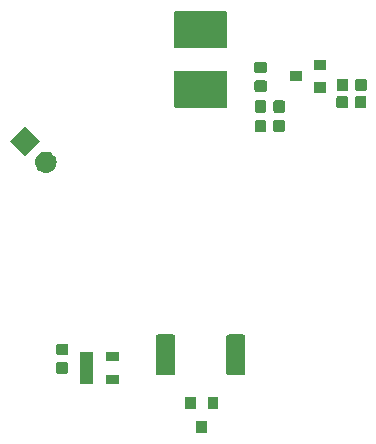
<source format=gbr>
G04 #@! TF.GenerationSoftware,KiCad,Pcbnew,5.1.4-1.fc30*
G04 #@! TF.CreationDate,2019-10-04T18:02:02+02:00*
G04 #@! TF.ProjectId,synchro2,73796e63-6872-46f3-922e-6b696361645f,rev?*
G04 #@! TF.SameCoordinates,Original*
G04 #@! TF.FileFunction,Soldermask,Bot*
G04 #@! TF.FilePolarity,Negative*
%FSLAX46Y46*%
G04 Gerber Fmt 4.6, Leading zero omitted, Abs format (unit mm)*
G04 Created by KiCad (PCBNEW 5.1.4-1.fc30) date 2019-10-04 18:02:02*
%MOMM*%
%LPD*%
G04 APERTURE LIST*
%ADD10C,0.100000*%
G04 APERTURE END LIST*
D10*
G36*
X219651000Y-133501000D02*
G01*
X218749000Y-133501000D01*
X218749000Y-132499000D01*
X219651000Y-132499000D01*
X219651000Y-133501000D01*
X219651000Y-133501000D01*
G37*
G36*
X220601000Y-131501000D02*
G01*
X219699000Y-131501000D01*
X219699000Y-130499000D01*
X220601000Y-130499000D01*
X220601000Y-131501000D01*
X220601000Y-131501000D01*
G37*
G36*
X218701000Y-131501000D02*
G01*
X217799000Y-131501000D01*
X217799000Y-130499000D01*
X218701000Y-130499000D01*
X218701000Y-131501000D01*
X218701000Y-131501000D01*
G37*
G36*
X212221000Y-129346000D02*
G01*
X211059000Y-129346000D01*
X211059000Y-128594000D01*
X212221000Y-128594000D01*
X212221000Y-129346000D01*
X212221000Y-129346000D01*
G37*
G36*
X210021000Y-129346000D02*
G01*
X208859000Y-129346000D01*
X208859000Y-126694000D01*
X210021000Y-126694000D01*
X210021000Y-129346000D01*
X210021000Y-129346000D01*
G37*
G36*
X216778820Y-125178103D02*
G01*
X216812985Y-125188467D01*
X216844464Y-125205293D01*
X216872060Y-125227940D01*
X216894707Y-125255536D01*
X216911533Y-125287015D01*
X216921897Y-125321180D01*
X216926000Y-125362842D01*
X216926000Y-128437158D01*
X216921897Y-128478820D01*
X216911533Y-128512985D01*
X216894707Y-128544464D01*
X216872060Y-128572060D01*
X216844464Y-128594707D01*
X216812985Y-128611533D01*
X216778820Y-128621897D01*
X216737158Y-128626000D01*
X215487842Y-128626000D01*
X215446180Y-128621897D01*
X215412015Y-128611533D01*
X215380536Y-128594707D01*
X215352940Y-128572060D01*
X215330293Y-128544464D01*
X215313467Y-128512985D01*
X215303103Y-128478820D01*
X215299000Y-128437158D01*
X215299000Y-125362842D01*
X215303103Y-125321180D01*
X215313467Y-125287015D01*
X215330293Y-125255536D01*
X215352940Y-125227940D01*
X215380536Y-125205293D01*
X215412015Y-125188467D01*
X215446180Y-125178103D01*
X215487842Y-125174000D01*
X216737158Y-125174000D01*
X216778820Y-125178103D01*
X216778820Y-125178103D01*
G37*
G36*
X222753820Y-125178103D02*
G01*
X222787985Y-125188467D01*
X222819464Y-125205293D01*
X222847060Y-125227940D01*
X222869707Y-125255536D01*
X222886533Y-125287015D01*
X222896897Y-125321180D01*
X222901000Y-125362842D01*
X222901000Y-128437158D01*
X222896897Y-128478820D01*
X222886533Y-128512985D01*
X222869707Y-128544464D01*
X222847060Y-128572060D01*
X222819464Y-128594707D01*
X222787985Y-128611533D01*
X222753820Y-128621897D01*
X222712158Y-128626000D01*
X221462842Y-128626000D01*
X221421180Y-128621897D01*
X221387015Y-128611533D01*
X221355536Y-128594707D01*
X221327940Y-128572060D01*
X221305293Y-128544464D01*
X221288467Y-128512985D01*
X221278103Y-128478820D01*
X221274000Y-128437158D01*
X221274000Y-125362842D01*
X221278103Y-125321180D01*
X221288467Y-125287015D01*
X221305293Y-125255536D01*
X221327940Y-125227940D01*
X221355536Y-125205293D01*
X221387015Y-125188467D01*
X221421180Y-125178103D01*
X221462842Y-125174000D01*
X222712158Y-125174000D01*
X222753820Y-125178103D01*
X222753820Y-125178103D01*
G37*
G36*
X207759591Y-127523085D02*
G01*
X207793569Y-127533393D01*
X207824890Y-127550134D01*
X207852339Y-127572661D01*
X207874866Y-127600110D01*
X207891607Y-127631431D01*
X207901915Y-127665409D01*
X207906000Y-127706890D01*
X207906000Y-128308110D01*
X207901915Y-128349591D01*
X207891607Y-128383569D01*
X207874866Y-128414890D01*
X207852339Y-128442339D01*
X207824890Y-128464866D01*
X207793569Y-128481607D01*
X207759591Y-128491915D01*
X207718110Y-128496000D01*
X207041890Y-128496000D01*
X207000409Y-128491915D01*
X206966431Y-128481607D01*
X206935110Y-128464866D01*
X206907661Y-128442339D01*
X206885134Y-128414890D01*
X206868393Y-128383569D01*
X206858085Y-128349591D01*
X206854000Y-128308110D01*
X206854000Y-127706890D01*
X206858085Y-127665409D01*
X206868393Y-127631431D01*
X206885134Y-127600110D01*
X206907661Y-127572661D01*
X206935110Y-127550134D01*
X206966431Y-127533393D01*
X207000409Y-127523085D01*
X207041890Y-127519000D01*
X207718110Y-127519000D01*
X207759591Y-127523085D01*
X207759591Y-127523085D01*
G37*
G36*
X212221000Y-127446000D02*
G01*
X211059000Y-127446000D01*
X211059000Y-126694000D01*
X212221000Y-126694000D01*
X212221000Y-127446000D01*
X212221000Y-127446000D01*
G37*
G36*
X207759591Y-125948085D02*
G01*
X207793569Y-125958393D01*
X207824890Y-125975134D01*
X207852339Y-125997661D01*
X207874866Y-126025110D01*
X207891607Y-126056431D01*
X207901915Y-126090409D01*
X207906000Y-126131890D01*
X207906000Y-126733110D01*
X207901915Y-126774591D01*
X207891607Y-126808569D01*
X207874866Y-126839890D01*
X207852339Y-126867339D01*
X207824890Y-126889866D01*
X207793569Y-126906607D01*
X207759591Y-126916915D01*
X207718110Y-126921000D01*
X207041890Y-126921000D01*
X207000409Y-126916915D01*
X206966431Y-126906607D01*
X206935110Y-126889866D01*
X206907661Y-126867339D01*
X206885134Y-126839890D01*
X206868393Y-126808569D01*
X206858085Y-126774591D01*
X206854000Y-126733110D01*
X206854000Y-126131890D01*
X206858085Y-126090409D01*
X206868393Y-126056431D01*
X206885134Y-126025110D01*
X206907661Y-125997661D01*
X206935110Y-125975134D01*
X206966431Y-125958393D01*
X207000409Y-125948085D01*
X207041890Y-125944000D01*
X207718110Y-125944000D01*
X207759591Y-125948085D01*
X207759591Y-125948085D01*
G37*
G36*
X206106494Y-109701570D02*
G01*
X206172678Y-109708088D01*
X206342517Y-109759608D01*
X206499042Y-109843273D01*
X206534780Y-109872603D01*
X206636237Y-109955865D01*
X206719499Y-110057322D01*
X206748829Y-110093060D01*
X206832494Y-110249585D01*
X206884014Y-110419424D01*
X206901410Y-110596051D01*
X206884014Y-110772678D01*
X206832494Y-110942517D01*
X206748829Y-111099042D01*
X206719499Y-111134780D01*
X206636237Y-111236237D01*
X206534780Y-111319499D01*
X206499042Y-111348829D01*
X206342517Y-111432494D01*
X206172678Y-111484014D01*
X206106494Y-111490532D01*
X206040311Y-111497051D01*
X205951791Y-111497051D01*
X205885608Y-111490532D01*
X205819424Y-111484014D01*
X205649585Y-111432494D01*
X205493060Y-111348829D01*
X205457322Y-111319499D01*
X205355865Y-111236237D01*
X205272603Y-111134780D01*
X205243273Y-111099042D01*
X205159608Y-110942517D01*
X205108088Y-110772678D01*
X205090692Y-110596051D01*
X205108088Y-110419424D01*
X205159608Y-110249585D01*
X205243273Y-110093060D01*
X205272603Y-110057322D01*
X205355865Y-109955865D01*
X205457322Y-109872603D01*
X205493060Y-109843273D01*
X205649585Y-109759608D01*
X205819424Y-109708088D01*
X205885608Y-109701570D01*
X205951791Y-109695051D01*
X206040311Y-109695051D01*
X206106494Y-109701570D01*
X206106494Y-109701570D01*
G37*
G36*
X205474206Y-108800000D02*
G01*
X204200000Y-110074206D01*
X202925794Y-108800000D01*
X204200000Y-107525794D01*
X205474206Y-108800000D01*
X205474206Y-108800000D01*
G37*
G36*
X226079591Y-107008085D02*
G01*
X226113569Y-107018393D01*
X226144890Y-107035134D01*
X226172339Y-107057661D01*
X226194866Y-107085110D01*
X226211607Y-107116431D01*
X226221915Y-107150409D01*
X226226000Y-107191890D01*
X226226000Y-107868110D01*
X226221915Y-107909591D01*
X226211607Y-107943569D01*
X226194866Y-107974890D01*
X226172339Y-108002339D01*
X226144890Y-108024866D01*
X226113569Y-108041607D01*
X226079591Y-108051915D01*
X226038110Y-108056000D01*
X225436890Y-108056000D01*
X225395409Y-108051915D01*
X225361431Y-108041607D01*
X225330110Y-108024866D01*
X225302661Y-108002339D01*
X225280134Y-107974890D01*
X225263393Y-107943569D01*
X225253085Y-107909591D01*
X225249000Y-107868110D01*
X225249000Y-107191890D01*
X225253085Y-107150409D01*
X225263393Y-107116431D01*
X225280134Y-107085110D01*
X225302661Y-107057661D01*
X225330110Y-107035134D01*
X225361431Y-107018393D01*
X225395409Y-107008085D01*
X225436890Y-107004000D01*
X226038110Y-107004000D01*
X226079591Y-107008085D01*
X226079591Y-107008085D01*
G37*
G36*
X224504591Y-107008085D02*
G01*
X224538569Y-107018393D01*
X224569890Y-107035134D01*
X224597339Y-107057661D01*
X224619866Y-107085110D01*
X224636607Y-107116431D01*
X224646915Y-107150409D01*
X224651000Y-107191890D01*
X224651000Y-107868110D01*
X224646915Y-107909591D01*
X224636607Y-107943569D01*
X224619866Y-107974890D01*
X224597339Y-108002339D01*
X224569890Y-108024866D01*
X224538569Y-108041607D01*
X224504591Y-108051915D01*
X224463110Y-108056000D01*
X223861890Y-108056000D01*
X223820409Y-108051915D01*
X223786431Y-108041607D01*
X223755110Y-108024866D01*
X223727661Y-108002339D01*
X223705134Y-107974890D01*
X223688393Y-107943569D01*
X223678085Y-107909591D01*
X223674000Y-107868110D01*
X223674000Y-107191890D01*
X223678085Y-107150409D01*
X223688393Y-107116431D01*
X223705134Y-107085110D01*
X223727661Y-107057661D01*
X223755110Y-107035134D01*
X223786431Y-107018393D01*
X223820409Y-107008085D01*
X223861890Y-107004000D01*
X224463110Y-107004000D01*
X224504591Y-107008085D01*
X224504591Y-107008085D01*
G37*
G36*
X226089591Y-105358085D02*
G01*
X226123569Y-105368393D01*
X226154890Y-105385134D01*
X226182339Y-105407661D01*
X226204866Y-105435110D01*
X226221607Y-105466431D01*
X226231915Y-105500409D01*
X226236000Y-105541890D01*
X226236000Y-106218110D01*
X226231915Y-106259591D01*
X226221607Y-106293569D01*
X226204866Y-106324890D01*
X226182339Y-106352339D01*
X226154890Y-106374866D01*
X226123569Y-106391607D01*
X226089591Y-106401915D01*
X226048110Y-106406000D01*
X225446890Y-106406000D01*
X225405409Y-106401915D01*
X225371431Y-106391607D01*
X225340110Y-106374866D01*
X225312661Y-106352339D01*
X225290134Y-106324890D01*
X225273393Y-106293569D01*
X225263085Y-106259591D01*
X225259000Y-106218110D01*
X225259000Y-105541890D01*
X225263085Y-105500409D01*
X225273393Y-105466431D01*
X225290134Y-105435110D01*
X225312661Y-105407661D01*
X225340110Y-105385134D01*
X225371431Y-105368393D01*
X225405409Y-105358085D01*
X225446890Y-105354000D01*
X226048110Y-105354000D01*
X226089591Y-105358085D01*
X226089591Y-105358085D01*
G37*
G36*
X224514591Y-105358085D02*
G01*
X224548569Y-105368393D01*
X224579890Y-105385134D01*
X224607339Y-105407661D01*
X224629866Y-105435110D01*
X224646607Y-105466431D01*
X224656915Y-105500409D01*
X224661000Y-105541890D01*
X224661000Y-106218110D01*
X224656915Y-106259591D01*
X224646607Y-106293569D01*
X224629866Y-106324890D01*
X224607339Y-106352339D01*
X224579890Y-106374866D01*
X224548569Y-106391607D01*
X224514591Y-106401915D01*
X224473110Y-106406000D01*
X223871890Y-106406000D01*
X223830409Y-106401915D01*
X223796431Y-106391607D01*
X223765110Y-106374866D01*
X223737661Y-106352339D01*
X223715134Y-106324890D01*
X223698393Y-106293569D01*
X223688085Y-106259591D01*
X223684000Y-106218110D01*
X223684000Y-105541890D01*
X223688085Y-105500409D01*
X223698393Y-105466431D01*
X223715134Y-105435110D01*
X223737661Y-105407661D01*
X223765110Y-105385134D01*
X223796431Y-105368393D01*
X223830409Y-105358085D01*
X223871890Y-105354000D01*
X224473110Y-105354000D01*
X224514591Y-105358085D01*
X224514591Y-105358085D01*
G37*
G36*
X232999591Y-104988085D02*
G01*
X233033569Y-104998393D01*
X233064890Y-105015134D01*
X233092339Y-105037661D01*
X233114866Y-105065110D01*
X233131607Y-105096431D01*
X233141915Y-105130409D01*
X233146000Y-105171890D01*
X233146000Y-105848110D01*
X233141915Y-105889591D01*
X233131607Y-105923569D01*
X233114866Y-105954890D01*
X233092339Y-105982339D01*
X233064890Y-106004866D01*
X233033569Y-106021607D01*
X232999591Y-106031915D01*
X232958110Y-106036000D01*
X232356890Y-106036000D01*
X232315409Y-106031915D01*
X232281431Y-106021607D01*
X232250110Y-106004866D01*
X232222661Y-105982339D01*
X232200134Y-105954890D01*
X232183393Y-105923569D01*
X232173085Y-105889591D01*
X232169000Y-105848110D01*
X232169000Y-105171890D01*
X232173085Y-105130409D01*
X232183393Y-105096431D01*
X232200134Y-105065110D01*
X232222661Y-105037661D01*
X232250110Y-105015134D01*
X232281431Y-104998393D01*
X232315409Y-104988085D01*
X232356890Y-104984000D01*
X232958110Y-104984000D01*
X232999591Y-104988085D01*
X232999591Y-104988085D01*
G37*
G36*
X231424591Y-104988085D02*
G01*
X231458569Y-104998393D01*
X231489890Y-105015134D01*
X231517339Y-105037661D01*
X231539866Y-105065110D01*
X231556607Y-105096431D01*
X231566915Y-105130409D01*
X231571000Y-105171890D01*
X231571000Y-105848110D01*
X231566915Y-105889591D01*
X231556607Y-105923569D01*
X231539866Y-105954890D01*
X231517339Y-105982339D01*
X231489890Y-106004866D01*
X231458569Y-106021607D01*
X231424591Y-106031915D01*
X231383110Y-106036000D01*
X230781890Y-106036000D01*
X230740409Y-106031915D01*
X230706431Y-106021607D01*
X230675110Y-106004866D01*
X230647661Y-105982339D01*
X230625134Y-105954890D01*
X230608393Y-105923569D01*
X230598085Y-105889591D01*
X230594000Y-105848110D01*
X230594000Y-105171890D01*
X230598085Y-105130409D01*
X230608393Y-105096431D01*
X230625134Y-105065110D01*
X230647661Y-105037661D01*
X230675110Y-105015134D01*
X230706431Y-104998393D01*
X230740409Y-104988085D01*
X230781890Y-104984000D01*
X231383110Y-104984000D01*
X231424591Y-104988085D01*
X231424591Y-104988085D01*
G37*
G36*
X221251850Y-102852554D02*
G01*
X221280647Y-102861290D01*
X221307179Y-102875471D01*
X221330439Y-102894561D01*
X221349529Y-102917821D01*
X221363710Y-102944353D01*
X221372446Y-102973150D01*
X221376000Y-103009233D01*
X221376000Y-105815767D01*
X221372446Y-105851850D01*
X221363710Y-105880647D01*
X221349529Y-105907179D01*
X221330439Y-105930439D01*
X221307179Y-105949529D01*
X221280647Y-105963710D01*
X221251850Y-105972446D01*
X221215767Y-105976000D01*
X216984233Y-105976000D01*
X216948150Y-105972446D01*
X216919353Y-105963710D01*
X216892821Y-105949529D01*
X216869561Y-105930439D01*
X216850471Y-105907179D01*
X216836290Y-105880647D01*
X216827554Y-105851850D01*
X216824000Y-105815767D01*
X216824000Y-103009233D01*
X216827554Y-102973150D01*
X216836290Y-102944353D01*
X216850471Y-102917821D01*
X216869561Y-102894561D01*
X216892821Y-102875471D01*
X216919353Y-102861290D01*
X216948150Y-102852554D01*
X216984233Y-102849000D01*
X221215767Y-102849000D01*
X221251850Y-102852554D01*
X221251850Y-102852554D01*
G37*
G36*
X229701000Y-104701000D02*
G01*
X228699000Y-104701000D01*
X228699000Y-103799000D01*
X229701000Y-103799000D01*
X229701000Y-104701000D01*
X229701000Y-104701000D01*
G37*
G36*
X224559591Y-103643085D02*
G01*
X224593569Y-103653393D01*
X224624890Y-103670134D01*
X224652339Y-103692661D01*
X224674866Y-103720110D01*
X224691607Y-103751431D01*
X224701915Y-103785409D01*
X224706000Y-103826890D01*
X224706000Y-104428110D01*
X224701915Y-104469591D01*
X224691607Y-104503569D01*
X224674866Y-104534890D01*
X224652339Y-104562339D01*
X224624890Y-104584866D01*
X224593569Y-104601607D01*
X224559591Y-104611915D01*
X224518110Y-104616000D01*
X223841890Y-104616000D01*
X223800409Y-104611915D01*
X223766431Y-104601607D01*
X223735110Y-104584866D01*
X223707661Y-104562339D01*
X223685134Y-104534890D01*
X223668393Y-104503569D01*
X223658085Y-104469591D01*
X223654000Y-104428110D01*
X223654000Y-103826890D01*
X223658085Y-103785409D01*
X223668393Y-103751431D01*
X223685134Y-103720110D01*
X223707661Y-103692661D01*
X223735110Y-103670134D01*
X223766431Y-103653393D01*
X223800409Y-103643085D01*
X223841890Y-103639000D01*
X224518110Y-103639000D01*
X224559591Y-103643085D01*
X224559591Y-103643085D01*
G37*
G36*
X231454591Y-103508085D02*
G01*
X231488569Y-103518393D01*
X231519890Y-103535134D01*
X231547339Y-103557661D01*
X231569866Y-103585110D01*
X231586607Y-103616431D01*
X231596915Y-103650409D01*
X231601000Y-103691890D01*
X231601000Y-104368110D01*
X231596915Y-104409591D01*
X231586607Y-104443569D01*
X231569866Y-104474890D01*
X231547339Y-104502339D01*
X231519890Y-104524866D01*
X231488569Y-104541607D01*
X231454591Y-104551915D01*
X231413110Y-104556000D01*
X230811890Y-104556000D01*
X230770409Y-104551915D01*
X230736431Y-104541607D01*
X230705110Y-104524866D01*
X230677661Y-104502339D01*
X230655134Y-104474890D01*
X230638393Y-104443569D01*
X230628085Y-104409591D01*
X230624000Y-104368110D01*
X230624000Y-103691890D01*
X230628085Y-103650409D01*
X230638393Y-103616431D01*
X230655134Y-103585110D01*
X230677661Y-103557661D01*
X230705110Y-103535134D01*
X230736431Y-103518393D01*
X230770409Y-103508085D01*
X230811890Y-103504000D01*
X231413110Y-103504000D01*
X231454591Y-103508085D01*
X231454591Y-103508085D01*
G37*
G36*
X233029591Y-103508085D02*
G01*
X233063569Y-103518393D01*
X233094890Y-103535134D01*
X233122339Y-103557661D01*
X233144866Y-103585110D01*
X233161607Y-103616431D01*
X233171915Y-103650409D01*
X233176000Y-103691890D01*
X233176000Y-104368110D01*
X233171915Y-104409591D01*
X233161607Y-104443569D01*
X233144866Y-104474890D01*
X233122339Y-104502339D01*
X233094890Y-104524866D01*
X233063569Y-104541607D01*
X233029591Y-104551915D01*
X232988110Y-104556000D01*
X232386890Y-104556000D01*
X232345409Y-104551915D01*
X232311431Y-104541607D01*
X232280110Y-104524866D01*
X232252661Y-104502339D01*
X232230134Y-104474890D01*
X232213393Y-104443569D01*
X232203085Y-104409591D01*
X232199000Y-104368110D01*
X232199000Y-103691890D01*
X232203085Y-103650409D01*
X232213393Y-103616431D01*
X232230134Y-103585110D01*
X232252661Y-103557661D01*
X232280110Y-103535134D01*
X232311431Y-103518393D01*
X232345409Y-103508085D01*
X232386890Y-103504000D01*
X232988110Y-103504000D01*
X233029591Y-103508085D01*
X233029591Y-103508085D01*
G37*
G36*
X227701000Y-103751000D02*
G01*
X226699000Y-103751000D01*
X226699000Y-102849000D01*
X227701000Y-102849000D01*
X227701000Y-103751000D01*
X227701000Y-103751000D01*
G37*
G36*
X224559591Y-102068085D02*
G01*
X224593569Y-102078393D01*
X224624890Y-102095134D01*
X224652339Y-102117661D01*
X224674866Y-102145110D01*
X224691607Y-102176431D01*
X224701915Y-102210409D01*
X224706000Y-102251890D01*
X224706000Y-102853110D01*
X224701915Y-102894591D01*
X224691607Y-102928569D01*
X224674866Y-102959890D01*
X224652339Y-102987339D01*
X224624890Y-103009866D01*
X224593569Y-103026607D01*
X224559591Y-103036915D01*
X224518110Y-103041000D01*
X223841890Y-103041000D01*
X223800409Y-103036915D01*
X223766431Y-103026607D01*
X223735110Y-103009866D01*
X223707661Y-102987339D01*
X223685134Y-102959890D01*
X223668393Y-102928569D01*
X223658085Y-102894591D01*
X223654000Y-102853110D01*
X223654000Y-102251890D01*
X223658085Y-102210409D01*
X223668393Y-102176431D01*
X223685134Y-102145110D01*
X223707661Y-102117661D01*
X223735110Y-102095134D01*
X223766431Y-102078393D01*
X223800409Y-102068085D01*
X223841890Y-102064000D01*
X224518110Y-102064000D01*
X224559591Y-102068085D01*
X224559591Y-102068085D01*
G37*
G36*
X229701000Y-102801000D02*
G01*
X228699000Y-102801000D01*
X228699000Y-101899000D01*
X229701000Y-101899000D01*
X229701000Y-102801000D01*
X229701000Y-102801000D01*
G37*
G36*
X221251850Y-97827554D02*
G01*
X221280647Y-97836290D01*
X221307179Y-97850471D01*
X221330439Y-97869561D01*
X221349529Y-97892821D01*
X221363710Y-97919353D01*
X221372446Y-97948150D01*
X221376000Y-97984233D01*
X221376000Y-100790767D01*
X221372446Y-100826850D01*
X221363710Y-100855647D01*
X221349529Y-100882179D01*
X221330439Y-100905439D01*
X221307179Y-100924529D01*
X221280647Y-100938710D01*
X221251850Y-100947446D01*
X221215767Y-100951000D01*
X216984233Y-100951000D01*
X216948150Y-100947446D01*
X216919353Y-100938710D01*
X216892821Y-100924529D01*
X216869561Y-100905439D01*
X216850471Y-100882179D01*
X216836290Y-100855647D01*
X216827554Y-100826850D01*
X216824000Y-100790767D01*
X216824000Y-97984233D01*
X216827554Y-97948150D01*
X216836290Y-97919353D01*
X216850471Y-97892821D01*
X216869561Y-97869561D01*
X216892821Y-97850471D01*
X216919353Y-97836290D01*
X216948150Y-97827554D01*
X216984233Y-97824000D01*
X221215767Y-97824000D01*
X221251850Y-97827554D01*
X221251850Y-97827554D01*
G37*
M02*

</source>
